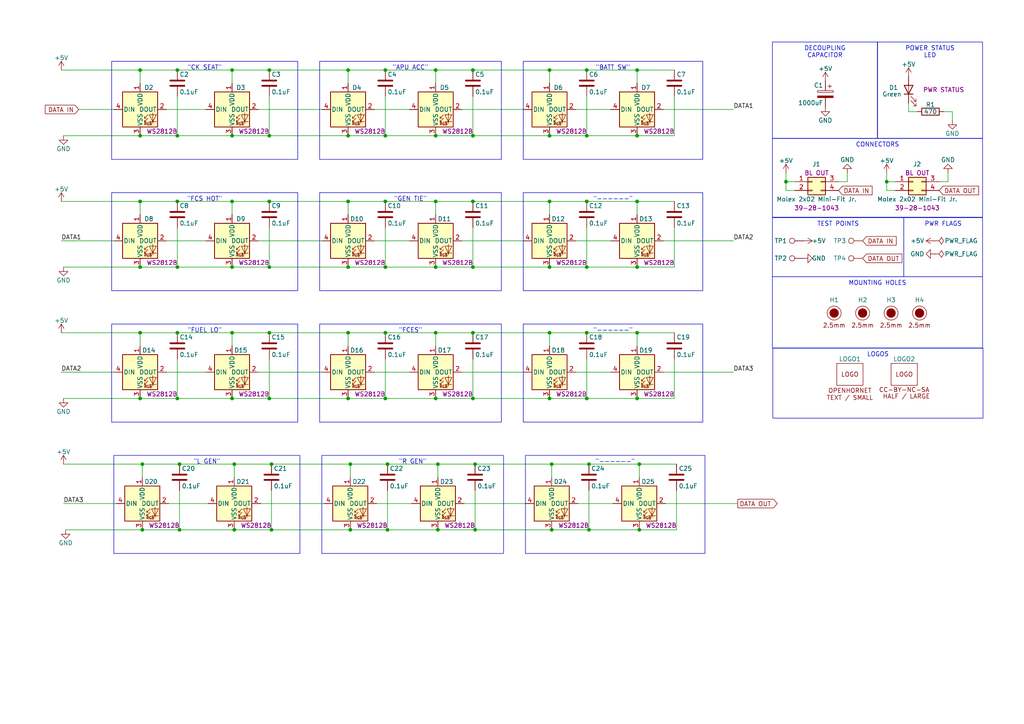
<source format=kicad_sch>
(kicad_sch (version 20230121) (generator eeschema)
  (paper "A4")
  (title_block (title "CAUTION LIGHTS PANEL") (date "2023-04-22") (rev "4") (company "www.openhornet.com") (comment 1 "License:  CC-BY-NC-SA") (comment 2 "Backlighting - Type A"))
  (lib_symbols
    (symbol "OH_Symbols:Capacitor_0603_0.1uF" (pin_numbers hide) (pin_names (offset 0.254))
      (property "Reference" "C" (at 0.635 2.54 0))
      (property "Value" "0.1uF" (at 0.635 -2.54 0))
      (symbol "Capacitor_0603_0.1uF_1_1"
        (pin passive line (at 0 3.81 270) (length 2.794) (name "~") (number "1"))
        (pin passive line (at 0 -3.81 90) (length 2.794) (name "~") (number "2"))
      )
    )
    (symbol "OH_Symbols:Capacitor_Polarized_8x10_1000uF" (pin_numbers hide) (pin_names (offset 0.254))
      (property "Reference" "C" (at 0.635 2.54 0))
      (property "Value" "1000uF" (at 0.635 -2.54 0))
      (symbol "Capacitor_Polarized_8x10_1000uF_1_1"
        (pin passive line (at 0 3.81 270) (length 2.794) (name "~") (number "1"))
        (pin passive line (at 0 -3.81 90) (length 2.794) (name "~") (number "2"))
      )
    )
    (symbol "OH_Symbols:LED_3.0mm_Green" (pin_numbers hide) (pin_names (offset 1.016) hide)
      (property "Reference" "D1" (at -4.445 -0.635 0))
      (property "Value" "Green" (at -6.35 -2.54 0))
      (property "Silkscreen" "PWR STATUS" (at 11.43 -1.27 0))
      (symbol "LED_3.0mm_Green_1_1"
        (pin passive line (at 1.27 -5.08 90) (length 2.54) (name "K") (number "1"))
        (pin passive line (at 1.27 2.54 270) (length 2.54) (name "A") (number "2"))
      )
    )
    (symbol "OH_Symbols:LOGO_License_Half_Large" (pin_numbers hide) (pin_names (offset 0) hide)
      (property "Reference" "LOGO" (at 0 12.7 0))
      (symbol "LOGO_License_Half_Large_0_0"
        (text "CC-BY-NC-SA" (at 0 3.81 0) (effects (font (size 1.27 1.27))))
      )
      (symbol "LOGO_License_Half_Large_1_0"
        (text "HALF / LARGE\n" (at 0.635 1.905 0) (effects (font (size 1.27 1.27))))
      )
      (symbol "LOGO_License_Half_Large_1_1"
        (text "LOGO" (at 0 8.255 0) (effects (font (size 1.27 1.27))))
      )
    )
    (symbol "OH_Symbols:LOGO_OpenHornet_Text_Small" (pin_numbers hide) (pin_names (offset 0) hide) (in_bom no)
      (property "Reference" "LOGO" (at 0 12.7 0))
      (symbol "LOGO_OpenHornet_Text_Small_1_0"
        (text "LOGO" (at 0 8.255 0) (effects (font (size 1.27 1.27))))
        (text "OPENHORNET\nTEXT / SMALL" (at 0 2.54 0) (effects (font (size 1.27 1.27))))
      )
    )
    (symbol "OH_Symbols:Molex_2x02_Mini-Fit_Jr." (pin_names (offset 1.016) hide)
      (property "Reference" "J2" (at 0 5.08 0))
      (property "Value" "Molex 2x02 Mini-Fit Jr." (at 1.27 -5.08 0))
      (property "Manufacturer PN" "39-28-1043" (at 1.27 -7.62 0))
      (property "Silkscreen" "BL OUT" (at 1.27 2.54 0))
      (symbol "Molex_2x02_Mini-Fit_Jr._1_1"
        (pin passive line (at -5.08 0 0) (length 3.81) (name "Pin_1") (number "1"))
        (pin passive line (at -5.08 -2.54 0) (length 3.81) (name "Pin_3") (number "2"))
        (pin passive line (at 7.62 0 180) (length 3.81) (name "Pin_2") (number "3"))
        (pin passive line (at 7.62 -2.54 180) (length 3.81) (name "Pin_4") (number "4"))
      )
    )
    (symbol "OH_Symbols:MountingHole_2.5mm" (pin_numbers hide) (pin_names (offset 0) hide) (in_bom no)
      (property "Reference" "H" (at 0 3.81 0))
      (symbol "MountingHole_2.5mm_1_1"
        (text "2.5mm" (at 0 -3.556 0) (effects (font (size 1.27 1.27))))
      )
    )
    (symbol "OH_Symbols:Resistor_0603_470Ω" (pin_numbers hide) (pin_names (offset 0))
      (property "Reference" "R" (at 0 -2.032 0))
      (property "Value" "470" (at 0 0 0))
      (symbol "Resistor_0603_470Ω_1_1"
        (pin passive line (at 3.81 0 180) (length 1.27) (name "~") (number "1"))
        (pin passive line (at -3.81 0 0) (length 1.27) (name "~") (number "2"))
      )
    )
    (symbol "OH_Symbols:TestPoint" (pin_numbers hide) (pin_names (offset 0.762) hide) (in_bom no)
      (property "Reference" "TP" (at -6.604 0 0))
      (symbol "TestPoint_1_1"
        (pin passive line (at 0 0 180) (length 2.54) (name "1") (number "1"))
      )
    )
    (symbol "OH_Symbols:WS2812B" (pin_names (offset 0.254))
      (property "Reference" "D" (at 2.54 6.35 0))
      (property "Manufacturer PN" "WS2812B" (at 6.35 -6.35 0))
      (symbol "WS2812B_0_0"
        (text "RGB" (at 2.286 -4.191 0) (effects (font (size 0.762 0.762))))
      )
      (symbol "WS2812B_1_1"
        (pin power_in line (at 0 7.62 270) (length 2.54) (name "VDD") (number "1"))
        (pin output line (at 7.62 0 180) (length 2.54) (name "DOUT") (number "2"))
        (pin power_in line (at 0 -7.62 90) (length 2.54) (name "VSS") (number "3"))
        (pin input line (at -7.62 0 0) (length 2.54) (name "DIN") (number "4"))
      )
    )
    (symbol "power:+5V" (power) (pin_names (offset 0))
      (property "Value" "+5V" (at 0 3.556 0))
      (symbol "+5V_1_1"
        (pin power_in line (at 0 0 90) (length 0) hide (name "+5V") (number "1"))
      )
    )
    (symbol "power:GND" (power) (pin_names (offset 0))
      (property "Value" "GND" (at 0 -3.81 0))
      (symbol "GND_1_1"
        (pin power_in line (at 0 0 270) (length 0) hide (name "GND") (number "1"))
      )
    )
    (symbol "power:PWR_FLAG" (power) (pin_numbers hide) (pin_names (offset 0) hide)
      (property "Value" "PWR_FLAG" (at 0 3.81 0))
      (symbol "PWR_FLAG_0_0"
        (pin power_out line (at 0 0 90) (length 0) (name "pwr") (number "1"))
      )
    )
  )
  (junction (at 67.31 115.57))
  (junction (at 40.64 58.42))
  (junction (at 67.31 20.32))
  (junction (at 78.105 115.57))
  (junction (at 137.16 96.52))
  (junction (at 100.965 58.42))
  (junction (at 137.795 153.67))
  (junction (at 184.785 39.37))
  (junction (at 184.785 77.47))
  (junction (at 111.76 77.47))
  (junction (at 67.31 39.37))
  (junction (at 227.965 52.705))
  (junction (at 257.175 52.705))
  (junction (at 170.18 20.32))
  (junction (at 51.435 58.42))
  (junction (at 40.64 39.37))
  (junction (at 184.785 115.57))
  (junction (at 78.74 153.67))
  (junction (at 100.965 20.32))
  (junction (at 127 134.62))
  (junction (at 137.16 39.37))
  (junction (at 137.16 115.57))
  (junction (at 160.02 134.62))
  (junction (at 41.275 153.67))
  (junction (at 126.365 39.37))
  (junction (at 111.76 115.57))
  (junction (at 111.76 20.32))
  (junction (at 137.16 77.47))
  (junction (at 112.395 134.62))
  (junction (at 101.6 153.67))
  (junction (at 126.365 115.57))
  (junction (at 170.815 153.67))
  (junction (at 159.385 77.47))
  (junction (at 52.07 153.67))
  (junction (at 137.16 58.42))
  (junction (at 112.395 153.67))
  (junction (at 170.18 58.42))
  (junction (at 159.385 96.52))
  (junction (at 126.365 77.47))
  (junction (at 78.105 20.32))
  (junction (at 52.07 134.62))
  (junction (at 137.16 20.32))
  (junction (at 40.64 115.57))
  (junction (at 67.31 58.42))
  (junction (at 111.76 96.52))
  (junction (at 78.105 39.37))
  (junction (at 111.76 58.42))
  (junction (at 170.815 134.62))
  (junction (at 184.785 20.32))
  (junction (at 40.64 77.47))
  (junction (at 170.18 77.47))
  (junction (at 184.785 96.52))
  (junction (at 67.945 134.62))
  (junction (at 100.965 115.57))
  (junction (at 100.965 96.52))
  (junction (at 170.18 115.57))
  (junction (at 159.385 58.42))
  (junction (at 159.385 115.57))
  (junction (at 51.435 39.37))
  (junction (at 51.435 20.32))
  (junction (at 160.02 153.67))
  (junction (at 100.965 77.47))
  (junction (at 126.365 58.42))
  (junction (at 185.42 153.67))
  (junction (at 40.64 96.52))
  (junction (at 101.6 134.62))
  (junction (at 170.18 39.37))
  (junction (at 159.385 39.37))
  (junction (at 126.365 96.52))
  (junction (at 137.795 134.62))
  (junction (at 67.31 77.47))
  (junction (at 78.105 77.47))
  (junction (at 78.74 134.62))
  (junction (at 78.105 58.42))
  (junction (at 51.435 77.47))
  (junction (at 184.785 58.42))
  (junction (at 67.945 153.67))
  (junction (at 51.435 115.57))
  (junction (at 51.435 96.52))
  (junction (at 41.275 134.62))
  (junction (at 170.18 96.52))
  (junction (at 67.31 96.52))
  (junction (at 100.965 39.37))
  (junction (at 40.64 20.32))
  (junction (at 111.76 39.37))
  (junction (at 185.42 134.62))
  (junction (at 126.365 20.32))
  (junction (at 127 153.67))
  (junction (at 78.105 96.52))
  (junction (at 159.385 20.32))
  (wire (pts (xy 108.585 31.75) (xy 118.745 31.75)))
  (wire (pts (xy 263.525 29.845) (xy 263.525 32.385)))
  (wire (pts (xy 133.985 107.95) (xy 151.765 107.95)))
  (wire (pts (xy 19.05 153.67) (xy 41.275 153.67)))
  (wire (pts (xy 48.26 107.95) (xy 59.69 107.95)))
  (wire (pts (xy 100.965 96.52) (xy 111.76 96.52)))
  (wire (pts (xy 159.385 96.52) (xy 159.385 100.33)))
  (wire (pts (xy 184.785 39.37) (xy 195.58 39.37)))
  (wire (pts (xy 17.78 69.85) (xy 33.02 69.85)))
  (wire (pts (xy 259.715 55.245) (xy 257.175 55.245)))
  (wire (pts (xy 51.435 77.47) (xy 67.31 77.47)))
  (wire (pts (xy 126.365 20.32) (xy 137.16 20.32)))
  (wire (pts (xy 167.005 107.95) (xy 177.165 107.95)))
  (wire (pts (xy 111.76 20.32) (xy 126.365 20.32)))
  (wire (pts (xy 51.435 27.94) (xy 51.435 39.37)))
  (wire (pts (xy 137.16 96.52) (xy 159.385 96.52)))
  (wire (pts (xy 276.225 34.925) (xy 276.225 32.385)))
  (wire (pts (xy 78.105 96.52) (xy 100.965 96.52)))
  (wire (pts (xy 159.385 96.52) (xy 170.18 96.52)))
  (wire (pts (xy 78.74 142.24) (xy 78.74 153.67)))
  (wire (pts (xy 111.76 96.52) (xy 126.365 96.52)))
  (wire (pts (xy 111.76 115.57) (xy 126.365 115.57)))
  (wire (pts (xy 185.42 134.62) (xy 185.42 138.43)))
  (wire (pts (xy 78.105 104.14) (xy 78.105 115.57)))
  (wire (pts (xy 170.18 77.47) (xy 184.785 77.47)))
  (wire (pts (xy 67.31 39.37) (xy 78.105 39.37)))
  (wire (pts (xy 126.365 58.42) (xy 137.16 58.42)))
  (wire (pts (xy 137.16 66.04) (xy 137.16 77.47)))
  (wire (pts (xy 48.26 69.85) (xy 59.69 69.85)))
  (wire (pts (xy 184.785 77.47) (xy 195.58 77.47)))
  (wire (pts (xy 196.215 142.24) (xy 196.215 153.67)))
  (wire (pts (xy 184.785 96.52) (xy 184.785 100.33)))
  (wire (pts (xy 137.16 39.37) (xy 159.385 39.37)))
  (wire (pts (xy 17.78 96.52) (xy 40.64 96.52)))
  (wire (pts (xy 40.64 20.32) (xy 51.435 20.32)))
  (wire (pts (xy 17.78 58.42) (xy 40.64 58.42)))
  (wire (pts (xy 100.965 77.47) (xy 111.76 77.47)))
  (wire (pts (xy 78.105 58.42) (xy 100.965 58.42)))
  (wire (pts (xy 159.385 115.57) (xy 170.18 115.57)))
  (wire (pts (xy 67.31 96.52) (xy 78.105 96.52)))
  (wire (pts (xy 230.505 55.245) (xy 227.965 55.245)))
  (wire (pts (xy 184.785 58.42) (xy 195.58 58.42)))
  (wire (pts (xy 184.785 115.57) (xy 195.58 115.57)))
  (wire (pts (xy 40.64 96.52) (xy 51.435 96.52)))
  (wire (pts (xy 126.365 96.52) (xy 126.365 100.33)))
  (wire (pts (xy 41.275 153.67) (xy 52.07 153.67)))
  (wire (pts (xy 78.105 20.32) (xy 100.965 20.32)))
  (wire (pts (xy 127 134.62) (xy 127 138.43)))
  (wire (pts (xy 257.175 52.705) (xy 259.715 52.705)))
  (wire (pts (xy 18.415 77.47) (xy 40.64 77.47)))
  (wire (pts (xy 51.435 39.37) (xy 67.31 39.37)))
  (wire (pts (xy 170.815 142.24) (xy 170.815 153.67)))
  (wire (pts (xy 101.6 134.62) (xy 101.6 138.43)))
  (wire (pts (xy 137.16 115.57) (xy 159.385 115.57)))
  (wire (pts (xy 111.76 77.47) (xy 126.365 77.47)))
  (wire (pts (xy 127 153.67) (xy 137.795 153.67)))
  (wire (pts (xy 78.105 27.94) (xy 78.105 39.37)))
  (wire (pts (xy 170.18 96.52) (xy 184.785 96.52)))
  (wire (pts (xy 18.415 115.57) (xy 40.64 115.57)))
  (wire (pts (xy 170.18 104.14) (xy 170.18 115.57)))
  (wire (pts (xy 78.74 153.67) (xy 101.6 153.67)))
  (wire (pts (xy 159.385 58.42) (xy 159.385 62.23)))
  (wire (pts (xy 137.16 27.94) (xy 137.16 39.37)))
  (wire (pts (xy 100.965 20.32) (xy 111.76 20.32)))
  (wire (pts (xy 51.435 20.32) (xy 67.31 20.32)))
  (wire (pts (xy 227.965 50.165) (xy 227.965 52.705)))
  (wire (pts (xy 137.795 134.62) (xy 160.02 134.62)))
  (wire (pts (xy 100.965 115.57) (xy 111.76 115.57)))
  (wire (pts (xy 134.62 146.05) (xy 152.4 146.05)))
  (wire (pts (xy 195.58 27.94) (xy 195.58 39.37)))
  (wire (pts (xy 100.965 96.52) (xy 100.965 100.33)))
  (wire (pts (xy 40.64 96.52) (xy 40.64 100.33)))
  (wire (pts (xy 40.64 20.32) (xy 40.64 24.13)))
  (wire (pts (xy 67.31 62.23) (xy 67.31 58.42)))
  (wire (pts (xy 227.965 52.705) (xy 230.505 52.705)))
  (wire (pts (xy 170.815 134.62) (xy 185.42 134.62)))
  (wire (pts (xy 126.365 20.32) (xy 126.365 24.13)))
  (wire (pts (xy 40.64 39.37) (xy 51.435 39.37)))
  (wire (pts (xy 137.795 153.67) (xy 160.02 153.67)))
  (wire (pts (xy 243.205 52.705) (xy 245.745 52.705)))
  (wire (pts (xy 112.395 134.62) (xy 127 134.62)))
  (wire (pts (xy 185.42 134.62) (xy 196.215 134.62)))
  (wire (pts (xy 126.365 77.47) (xy 137.16 77.47)))
  (wire (pts (xy 193.04 146.05) (xy 213.995 146.05)))
  (wire (pts (xy 67.31 20.32) (xy 67.31 24.13)))
  (wire (pts (xy 52.07 142.24) (xy 52.07 153.67)))
  (wire (pts (xy 192.405 69.85) (xy 212.725 69.85)))
  (wire (pts (xy 40.64 77.47) (xy 51.435 77.47)))
  (wire (pts (xy 160.02 153.67) (xy 170.815 153.67)))
  (wire (pts (xy 41.275 134.62) (xy 41.275 138.43)))
  (wire (pts (xy 137.16 58.42) (xy 159.385 58.42)))
  (wire (pts (xy 159.385 20.32) (xy 170.18 20.32)))
  (wire (pts (xy 111.76 104.14) (xy 111.76 115.57)))
  (wire (pts (xy 127 134.62) (xy 137.795 134.62)))
  (wire (pts (xy 100.965 20.32) (xy 100.965 24.13)))
  (wire (pts (xy 22.86 31.75) (xy 33.02 31.75)))
  (wire (pts (xy 67.945 134.62) (xy 78.74 134.62)))
  (wire (pts (xy 167.005 31.75) (xy 177.165 31.75)))
  (wire (pts (xy 184.785 20.32) (xy 195.58 20.32)))
  (wire (pts (xy 52.07 134.62) (xy 67.945 134.62)))
  (wire (pts (xy 67.31 58.42) (xy 78.105 58.42)))
  (wire (pts (xy 170.18 115.57) (xy 184.785 115.57)))
  (wire (pts (xy 100.965 39.37) (xy 111.76 39.37)))
  (wire (pts (xy 257.175 52.705) (xy 257.175 55.245)))
  (wire (pts (xy 192.405 107.95) (xy 212.725 107.95)))
  (wire (pts (xy 74.93 69.85) (xy 93.345 69.85)))
  (wire (pts (xy 266.065 32.385) (xy 263.525 32.385)))
  (wire (pts (xy 109.22 146.05) (xy 119.38 146.05)))
  (wire (pts (xy 51.435 115.57) (xy 67.31 115.57)))
  (wire (pts (xy 274.955 50.165) (xy 274.955 52.705)))
  (wire (pts (xy 40.64 58.42) (xy 51.435 58.42)))
  (wire (pts (xy 40.64 58.42) (xy 40.64 62.23)))
  (wire (pts (xy 78.105 115.57) (xy 100.965 115.57)))
  (wire (pts (xy 137.16 20.32) (xy 159.385 20.32)))
  (wire (pts (xy 159.385 20.32) (xy 159.385 24.13)))
  (wire (pts (xy 51.435 96.52) (xy 67.31 96.52)))
  (wire (pts (xy 184.785 20.32) (xy 184.785 24.13)))
  (wire (pts (xy 67.945 153.67) (xy 78.74 153.67)))
  (wire (pts (xy 67.31 20.32) (xy 78.105 20.32)))
  (wire (pts (xy 101.6 153.67) (xy 112.395 153.67)))
  (wire (pts (xy 67.31 96.52) (xy 67.31 100.33)))
  (wire (pts (xy 137.795 142.24) (xy 137.795 153.67)))
  (wire (pts (xy 159.385 58.42) (xy 170.18 58.42)))
  (wire (pts (xy 78.105 39.37) (xy 100.965 39.37)))
  (wire (pts (xy 167.64 146.05) (xy 177.8 146.05)))
  (wire (pts (xy 18.415 146.05) (xy 33.655 146.05)))
  (wire (pts (xy 48.895 146.05) (xy 60.325 146.05)))
  (wire (pts (xy 48.26 31.75) (xy 59.69 31.75)))
  (wire (pts (xy 101.6 134.62) (xy 112.395 134.62)))
  (wire (pts (xy 245.745 50.165) (xy 245.745 52.705)))
  (wire (pts (xy 17.78 20.32) (xy 40.64 20.32)))
  (wire (pts (xy 159.385 77.47) (xy 170.18 77.47)))
  (wire (pts (xy 74.93 31.75) (xy 93.345 31.75)))
  (wire (pts (xy 133.985 31.75) (xy 151.765 31.75)))
  (wire (pts (xy 170.18 20.32) (xy 184.785 20.32)))
  (wire (pts (xy 126.365 58.42) (xy 126.365 62.23)))
  (wire (pts (xy 185.42 153.67) (xy 196.215 153.67)))
  (wire (pts (xy 126.365 39.37) (xy 137.16 39.37)))
  (wire (pts (xy 67.945 134.62) (xy 67.945 138.43)))
  (wire (pts (xy 78.74 134.62) (xy 101.6 134.62)))
  (wire (pts (xy 137.16 104.14) (xy 137.16 115.57)))
  (wire (pts (xy 111.76 39.37) (xy 126.365 39.37)))
  (wire (pts (xy 111.76 27.94) (xy 111.76 39.37)))
  (wire (pts (xy 160.02 134.62) (xy 170.815 134.62)))
  (wire (pts (xy 170.18 58.42) (xy 184.785 58.42)))
  (wire (pts (xy 40.64 115.57) (xy 51.435 115.57)))
  (wire (pts (xy 257.175 50.165) (xy 257.175 52.705)))
  (wire (pts (xy 167.005 69.85) (xy 177.165 69.85)))
  (wire (pts (xy 273.685 32.385) (xy 276.225 32.385)))
  (wire (pts (xy 126.365 96.52) (xy 137.16 96.52)))
  (wire (pts (xy 170.18 39.37) (xy 184.785 39.37)))
  (wire (pts (xy 195.58 104.14) (xy 195.58 115.57)))
  (wire (pts (xy 170.18 27.94) (xy 170.18 39.37)))
  (wire (pts (xy 111.76 66.04) (xy 111.76 77.47)))
  (wire (pts (xy 100.965 58.42) (xy 111.76 58.42)))
  (wire (pts (xy 41.275 134.62) (xy 52.07 134.62)))
  (wire (pts (xy 227.965 52.705) (xy 227.965 55.245)))
  (wire (pts (xy 75.565 146.05) (xy 93.98 146.05)))
  (wire (pts (xy 74.93 107.95) (xy 93.345 107.95)))
  (wire (pts (xy 51.435 58.42) (xy 67.31 58.42)))
  (wire (pts (xy 170.18 66.04) (xy 170.18 77.47)))
  (wire (pts (xy 184.785 58.42) (xy 184.785 62.23)))
  (wire (pts (xy 67.31 115.57) (xy 78.105 115.57)))
  (wire (pts (xy 52.07 153.67) (xy 67.945 153.67)))
  (wire (pts (xy 184.785 96.52) (xy 195.58 96.52)))
  (wire (pts (xy 18.415 134.62) (xy 41.275 134.62)))
  (wire (pts (xy 112.395 153.67) (xy 127 153.67)))
  (wire (pts (xy 160.02 134.62) (xy 160.02 138.43)))
  (wire (pts (xy 137.16 77.47) (xy 159.385 77.47)))
  (wire (pts (xy 108.585 107.95) (xy 118.745 107.95)))
  (wire (pts (xy 170.815 153.67) (xy 185.42 153.67)))
  (wire (pts (xy 111.76 58.42) (xy 126.365 58.42)))
  (wire (pts (xy 126.365 115.57) (xy 137.16 115.57)))
  (wire (pts (xy 192.405 31.75) (xy 212.725 31.75)))
  (wire (pts (xy 100.965 58.42) (xy 100.965 62.23)))
  (wire (pts (xy 51.435 66.04) (xy 51.435 77.47)))
  (wire (pts (xy 195.58 66.04) (xy 195.58 77.47)))
  (wire (pts (xy 159.385 39.37) (xy 170.18 39.37)))
  (wire (pts (xy 67.31 77.47) (xy 78.105 77.47)))
  (wire (pts (xy 108.585 69.85) (xy 118.745 69.85)))
  (wire (pts (xy 51.435 104.14) (xy 51.435 115.57)))
  (wire (pts (xy 78.105 77.47) (xy 100.965 77.47)))
  (wire (pts (xy 133.985 69.85) (xy 151.765 69.85)))
  (wire (pts (xy 17.78 107.95) (xy 33.02 107.95)))
  (wire (pts (xy 112.395 142.24) (xy 112.395 153.67)))
  (wire (pts (xy 18.415 39.37) (xy 40.64 39.37)))
  (wire (pts (xy 78.105 66.04) (xy 78.105 77.47)))
  (wire (pts (xy 274.955 52.705) (xy 272.415 52.705)))
  (text_box "\"GEN TIE\"" (at 92.71 55.88 0) (size 52.705 28.448) (effects (font (size 1.27 1.27)) (justify top)))
  (text_box "\"FUEL LO\"" (at 32.385 93.98 0) (size 53.975 28.448) (effects (font (size 1.27 1.27)) (justify top)))
  (text_box "CONNECTORS" (at 224.028 40.132 0) (size 60.96 22.86) (effects (font (size 1.27 1.27)) (justify top)))
  (text_box "\"L GEN\"" (at 33.02 132.08 0) (size 53.975 28.448) (effects (font (size 1.27 1.27)) (justify top)))
  (text_box "\"R GEN\"" (at 93.345 132.08 0) (size 52.705 28.448) (effects (font (size 1.27 1.27)) (justify top)))
  (text_box "\"FCES\"" (at 92.71 93.98 0) (size 52.705 28.448) (effects (font (size 1.27 1.27)) (justify top)))
  (text_box "TEST POINTS" (at 224.028 63.119 0) (size 38.1 17.145) (effects (font (size 1.27 1.27)) (justify top)))
  (text_box "MOUNTING HOLES" (at 224.028 80.264 0) (size 60.96 20.701) (effects (font (size 1.27 1.27)) (justify top)))
  (text_box "\"------\"" (at 151.765 55.88 0) (size 52.07 28.448) (effects (font (size 1.27 1.27)) (justify top)))
  (text_box "\"FCS HOT\"" (at 32.385 55.88 0) (size 53.975 28.448) (effects (font (size 1.27 1.27)) (justify top)))
  (text_box "DECOUPLING\nCAPACITOR" (at 224.028 12.192 0) (size 30.48 27.94) (effects (font (size 1.27 1.27)) (justify top)))
  (text_box "\"BATT SW\"" (at 151.765 17.78 0) (size 52.07 28.448) (effects (font (size 1.27 1.27)) (justify top)))
  (text_box "PWR FLAGS" (at 262.128 63.119 0) (size 22.86 17.145) (effects (font (size 1.27 1.27)) (justify top)))
  (text_box "POWER STATUS\nLED" (at 254.508 12.192 0) (size 30.48 27.94) (effects (font (size 1.27 1.27)) (justify top)))
  (text_box "\"------\"" (at 151.765 93.98 0) (size 52.07 28.448) (effects (font (size 1.27 1.27)) (justify top)))
  (text_box "\"APU ACC\"" (at 92.71 17.78 0) (size 52.705 28.448) (effects (font (size 1.27 1.27)) (justify top)))
  (text_box "\"------\"" (at 152.4 132.08 0) (size 52.07 28.448) (effects (font (size 1.27 1.27)) (justify top)))
  (text_box "LOGOS" (at 224.155 100.965 0) (size 60.96 20.32) (effects (font (size 1.27 1.27)) (justify top)))
  (text_box "\"CK SEAT\"" (at 32.385 17.78 0) (size 53.975 28.448) (effects (font (size 1.27 1.27)) (justify top)))
  (label "DATA1" (at 17.78 69.85 0))
  (label "DATA3" (at 212.725 107.95 0))
  (label "DATA1" (at 212.725 31.75 0))
  (label "DATA2" (at 212.725 69.85 0))
  (label "DATA2" (at 17.78 107.95 0))
  (label "DATA3" (at 18.415 146.05 0))
  (global_label "DATA IN" (shape input) (at 250.19 69.85 0) (property "Intersheetrefs" "${INTERSHEET_REFS}" (effects hide)))
  (global_label "DATA OUT" (shape input) (at 272.415 55.245 0) (property "Intersheetrefs" "${INTERSHEET_REFS}" (effects hide)))
  (global_label "DATA OUT" (shape output) (at 213.995 146.05 0) (property "Intersheetrefs" "${INTERSHEET_REFS}" (effects hide)))
  (global_label "DATA IN" (shape input) (at 243.205 55.245 0) (property "Intersheetrefs" "${INTERSHEET_REFS}" (effects hide)))
  (global_label "DATA OUT" (shape input) (at 250.19 74.93 0) (property "Intersheetrefs" "${INTERSHEET_REFS}" (effects hide)))
  (global_label "DATA IN" (shape input) (at 22.86 31.75 180) (property "Intersheetrefs" "${INTERSHEET_REFS}" (effects hide)))
  (symbol (lib_id "OH_Symbols:WS2812B") (at 40.64 31.75 0) (unit 1)
    (property "Reference" "D2" (at 43.18 25.4 0))
    (property "Value" "RGB" (effects hide))
    (property "Footprint" "OH_Footprints:LED_WS2812B_PLCC4_5.0x5.0mm_P3.2mm" (effects hide))
    (property "Datasheet" "https://datasheet.lcsc.com/lcsc/2006151006_Worldsemi-WS2812B-B-W_C114586.pdf" (effects hide))
    (property "LCSC" "C2761795" (effects hide))
    (property "Manufacturer PN" "WS2812B" (at 46.99 38.1 0))
  )
  (symbol (lib_id "OH_Symbols:WS2812B") (at 67.31 31.75 0) (unit 1)
    (property "Reference" "D3" (at 69.85 25.4 0))
    (property "Value" "RGB" (effects hide))
    (property "Footprint" "OH_Footprints:LED_WS2812B_PLCC4_5.0x5.0mm_P3.2mm" (effects hide))
    (property "Datasheet" "https://datasheet.lcsc.com/lcsc/2006151006_Worldsemi-WS2812B-B-W_C114586.pdf" (effects hide))
    (property "LCSC" "C2761795" (effects hide))
    (property "Manufacturer PN" "WS2812B" (at 73.66 38.1 0))
  )
  (symbol (lib_id "OH_Symbols:WS2812B") (at 100.965 31.75 0) (unit 1)
    (property "Reference" "D4" (at 103.505 25.4 0))
    (property "Value" "RGB" (effects hide))
    (property "Footprint" "OH_Footprints:LED_WS2812B_PLCC4_5.0x5.0mm_P3.2mm" (effects hide))
    (property "Datasheet" "https://datasheet.lcsc.com/lcsc/2006151006_Worldsemi-WS2812B-B-W_C114586.pdf" (effects hide))
    (property "LCSC" "C2761795" (effects hide))
    (property "Manufacturer PN" "WS2812B" (at 107.315 38.1 0))
  )
  (symbol (lib_id "OH_Symbols:WS2812B") (at 126.365 31.75 0) (unit 1)
    (property "Reference" "D5" (at 128.905 25.4 0))
    (property "Value" "RGB" (effects hide))
    (property "Footprint" "OH_Footprints:LED_WS2812B_PLCC4_5.0x5.0mm_P3.2mm" (effects hide))
    (property "Datasheet" "https://datasheet.lcsc.com/lcsc/2006151006_Worldsemi-WS2812B-B-W_C114586.pdf" (effects hide))
    (property "LCSC" "C2761795" (effects hide))
    (property "Manufacturer PN" "WS2812B" (at 132.715 38.1 0))
  )
  (symbol (lib_id "OH_Symbols:WS2812B") (at 159.385 31.75 0) (unit 1)
    (property "Reference" "D6" (at 161.925 25.4 0))
    (property "Value" "RGB" (effects hide))
    (property "Footprint" "OH_Footprints:LED_WS2812B_PLCC4_5.0x5.0mm_P3.2mm" (effects hide))
    (property "Datasheet" "https://datasheet.lcsc.com/lcsc/2006151006_Worldsemi-WS2812B-B-W_C114586.pdf" (effects hide))
    (property "LCSC" "C2761795" (effects hide))
    (property "Manufacturer PN" "WS2812B" (at 165.735 38.1 0))
  )
  (symbol (lib_id "OH_Symbols:WS2812B") (at 184.785 31.75 0) (unit 1)
    (property "Reference" "D7" (at 187.325 25.4 0))
    (property "Value" "RGB" (effects hide))
    (property "Footprint" "OH_Footprints:LED_WS2812B_PLCC4_5.0x5.0mm_P3.2mm" (effects hide))
    (property "Datasheet" "https://datasheet.lcsc.com/lcsc/2006151006_Worldsemi-WS2812B-B-W_C114586.pdf" (effects hide))
    (property "LCSC" "C2761795" (effects hide))
    (property "Manufacturer PN" "WS2812B" (at 191.135 38.1 0))
  )
  (symbol (lib_id "OH_Symbols:Capacitor_0603_0.1uF") (at 51.435 24.13 0) (unit 1)
    (property "Reference" "C2" (at 52.07 21.59 0) (effects (justify left)))
    (property "Value" "0.1uF" (at 52.07 26.67 0) (effects (justify left)))
    (property "Footprint" "OH_Footprints:C_0603_1608Metric" (effects hide))
    (property "Datasheet" "https://datasheet.lcsc.com/szlcsc/YAGEO-CC0603KRX7R9BB104_C14663.pdf" (effects hide))
    (property "LCSC" "C14663" (effects hide))
    (property "Manufacturer PN" "CC0603KRX7R9BB104" (effects hide))
  )
  (symbol (lib_id "OH_Symbols:Capacitor_0603_0.1uF") (at 78.105 24.13 0) (unit 1)
    (property "Reference" "C3" (at 78.74 21.59 0) (effects (justify left)))
    (property "Value" "0.1uF" (at 78.74 26.67 0) (effects (justify left)))
    (property "Footprint" "OH_Footprints:C_0603_1608Metric" (effects hide))
    (property "Datasheet" "https://datasheet.lcsc.com/szlcsc/YAGEO-CC0603KRX7R9BB104_C14663.pdf" (effects hide))
    (property "LCSC" "C14663" (effects hide))
    (property "Manufacturer PN" "CC0603KRX7R9BB104" (effects hide))
  )
  (symbol (lib_id "OH_Symbols:WS2812B") (at 126.365 107.95 0) (unit 1)
    (property "Reference" "D17" (at 128.905 101.6 0))
    (property "Value" "RGB" (effects hide))
    (property "Footprint" "OH_Footprints:LED_WS2812B_PLCC4_5.0x5.0mm_P3.2mm" (effects hide))
    (property "Datasheet" "https://datasheet.lcsc.com/lcsc/2006151006_Worldsemi-WS2812B-B-W_C114586.pdf" (effects hide))
    (property "LCSC" "C2761795" (effects hide))
    (property "Manufacturer PN" "WS2812B" (at 132.715 114.3 0))
  )
  (symbol (lib_id "OH_Symbols:TestPoint") (at 250.19 69.85 0) (unit 1) (in_bom no)
    (property "Reference" "TP3" (at 243.586 69.85 0))
    (property "Value" "TestPoint" (effects hide))
    (property "Footprint" "OH_Footprints:TestPoint_THTPad_D1.5mm_Drill0.7mm" (effects hide))
  )
  (symbol (lib_id "OH_Symbols:LED_3.0mm_Green") (at 262.255 24.765 0) (unit 1)
    (property "Reference" "D1" (at 257.81 25.4 0) (effects (justify left)))
    (property "Value" "Green" (at 255.905 27.305 0) (effects (justify left)))
    (property "Footprint" "OH_Footprints:LED_D3.0mm" (effects hide))
    (property "Silkscreen" "PWR STATUS" (at 273.685 26.035 0))
  )
  (symbol (lib_id "OH_Symbols:Capacitor_0603_0.1uF") (at 137.16 62.23 0) (unit 1)
    (property "Reference" "C11" (at 137.795 59.69 0) (effects (justify left)))
    (property "Value" "0.1uF" (at 137.795 64.77 0) (effects (justify left)))
    (property "Footprint" "OH_Footprints:C_0603_1608Metric" (effects hide))
    (property "Datasheet" "https://datasheet.lcsc.com/szlcsc/YAGEO-CC0603KRX7R9BB104_C14663.pdf" (effects hide))
    (property "LCSC" "C14663" (effects hide))
    (property "Manufacturer PN" "CC0603KRX7R9BB104" (effects hide))
  )
  (symbol (lib_id "OH_Symbols:MountingHole_2.5mm") (at 258.445 90.805 0) (unit 1) (in_bom no)
    (property "Reference" "H3" (at 258.445 86.995 0))
    (property "Value" "2.5mm" (effects hide))
    (property "Footprint" "OH_Footprints:MountingHole_2.5mm" (effects hide))
  )
  (symbol (lib_id "OH_Symbols:WS2812B") (at 126.365 69.85 0) (unit 1)
    (property "Reference" "D11" (at 128.905 63.5 0))
    (property "Value" "RGB" (effects hide))
    (property "Footprint" "OH_Footprints:LED_WS2812B_PLCC4_5.0x5.0mm_P3.2mm" (effects hide))
    (property "Datasheet" "https://datasheet.lcsc.com/lcsc/2006151006_Worldsemi-WS2812B-B-W_C114586.pdf" (effects hide))
    (property "LCSC" "C2761795" (effects hide))
    (property "Manufacturer PN" "WS2812B" (at 132.715 76.2 0))
  )
  (symbol (lib_id "OH_Symbols:Capacitor_0603_0.1uF") (at 111.76 24.13 0) (unit 1)
    (property "Reference" "C4" (at 112.395 21.59 0) (effects (justify left)))
    (property "Value" "0.1uF" (at 112.395 26.67 0) (effects (justify left)))
    (property "Footprint" "OH_Footprints:C_0603_1608Metric" (effects hide))
    (property "Datasheet" "https://datasheet.lcsc.com/szlcsc/YAGEO-CC0603KRX7R9BB104_C14663.pdf" (effects hide))
    (property "LCSC" "C14663" (effects hide))
    (property "Manufacturer PN" "CC0603KRX7R9BB104" (effects hide))
  )
  (symbol (lib_id "OH_Symbols:Capacitor_0603_0.1uF") (at 137.16 24.13 0) (unit 1)
    (property "Reference" "C5" (at 137.795 21.59 0) (effects (justify left)))
    (property "Value" "0.1uF" (at 137.795 26.67 0) (effects (justify left)))
    (property "Footprint" "OH_Footprints:C_0603_1608Metric" (effects hide))
    (property "Datasheet" "https://datasheet.lcsc.com/szlcsc/YAGEO-CC0603KRX7R9BB104_C14663.pdf" (effects hide))
    (property "LCSC" "C14663" (effects hide))
    (property "Manufacturer PN" "CC0603KRX7R9BB104" (effects hide))
  )
  (symbol (lib_id "power:+5V") (at 263.525 22.225 0) (unit 1)
    (property "Reference" "#PWR0106" (effects hide))
    (property "Value" "+5V" (at 263.525 18.669 0))
  )
  (symbol (lib_id "power:GND") (at 18.415 77.47 0) (unit 1)
    (property "Reference" "#PWR02" (effects hide))
    (property "Value" "GND" (at 18.415 81.28 0))
  )
  (symbol (lib_id "OH_Symbols:Capacitor_0603_0.1uF") (at 170.815 138.43 0) (unit 1)
    (property "Reference" "C24" (at 171.45 135.89 0) (effects (justify left)))
    (property "Value" "0.1uF" (at 171.45 140.97 0) (effects (justify left)))
    (property "Footprint" "OH_Footprints:C_0603_1608Metric" (effects hide))
    (property "Datasheet" "https://datasheet.lcsc.com/szlcsc/YAGEO-CC0603KRX7R9BB104_C14663.pdf" (effects hide))
    (property "LCSC" "C14663" (effects hide))
    (property "Manufacturer PN" "CC0603KRX7R9BB104" (effects hide))
  )
  (symbol (lib_id "OH_Symbols:Molex_2x02_Mini-Fit_Jr.") (at 235.585 52.705 0) (unit 1)
    (property "Reference" "J1" (at 235.585 47.625 0) (effects (justify left)))
    (property "Value" "Molex 2x02 Mini-Fit Jr." (at 236.855 57.785 0))
    (property "Footprint" "OH_Footprints:Molex_Mini-Fit_Jr_5566-04A_2x02_P4.20mm_Vertical" (effects hide))
    (property "Datasheet" "https://www.molex.com/molex/search/partSearch?query=39281043&pQuery=" (effects hide))
    (property "LCSC" "C293502" (effects hide))
    (property "Manufacturer PN" "39-28-1043" (at 236.855 60.325 0))
    (property "Silkscreen" "BL OUT" (at 236.855 50.165 0))
  )
  (symbol (lib_id "OH_Symbols:WS2812B") (at 41.275 146.05 0) (unit 1)
    (property "Reference" "D20" (at 43.815 139.7 0))
    (property "Value" "RGB" (effects hide))
    (property "Footprint" "OH_Footprints:LED_WS2812B_PLCC4_5.0x5.0mm_P3.2mm" (effects hide))
    (property "Datasheet" "https://datasheet.lcsc.com/lcsc/2006151006_Worldsemi-WS2812B-B-W_C114586.pdf" (effects hide))
    (property "LCSC" "C2761795" (effects hide))
    (property "Manufacturer PN" "WS2812B" (at 47.625 152.4 0))
  )
  (symbol (lib_id "OH_Symbols:TestPoint") (at 233.045 69.85 0) (unit 1) (in_bom no)
    (property "Reference" "TP1" (at 226.441 69.85 0))
    (property "Value" "TestPoint" (effects hide))
    (property "Footprint" "OH_Footprints:TestPoint_THTPad_D1.5mm_Drill0.7mm" (effects hide))
  )
  (symbol (lib_id "OH_Symbols:Capacitor_0603_0.1uF") (at 137.795 138.43 0) (unit 1)
    (property "Reference" "C23" (at 138.43 135.89 0) (effects (justify left)))
    (property "Value" "0.1uF" (at 138.43 140.97 0) (effects (justify left)))
    (property "Footprint" "OH_Footprints:C_0603_1608Metric" (effects hide))
    (property "Datasheet" "https://datasheet.lcsc.com/szlcsc/YAGEO-CC0603KRX7R9BB104_C14663.pdf" (effects hide))
    (property "LCSC" "C14663" (effects hide))
    (property "Manufacturer PN" "CC0603KRX7R9BB104" (effects hide))
  )
  (symbol (lib_id "OH_Symbols:Capacitor_0603_0.1uF") (at 51.435 100.33 0) (unit 1)
    (property "Reference" "C14" (at 52.07 97.79 0) (effects (justify left)))
    (property "Value" "0.1uF" (at 52.07 102.87 0) (effects (justify left)))
    (property "Footprint" "OH_Footprints:C_0603_1608Metric" (effects hide))
    (property "Datasheet" "https://datasheet.lcsc.com/szlcsc/YAGEO-CC0603KRX7R9BB104_C14663.pdf" (effects hide))
    (property "LCSC" "C14663" (effects hide))
    (property "Manufacturer PN" "CC0603KRX7R9BB104" (effects hide))
  )
  (symbol (lib_id "power:+5V") (at 17.78 96.52 0) (unit 1)
    (property "Reference" "#PWR03" (effects hide))
    (property "Value" "+5V" (at 17.78 92.964 0))
  )
  (symbol (lib_id "power:PWR_FLAG") (at 271.145 69.85 270) (unit 1)
    (property "Reference" "#FLG0101" (effects hide))
    (property "Value" "PWR_FLAG" (at 278.765 69.85 90))
  )
  (symbol (lib_id "OH_Symbols:WS2812B") (at 127 146.05 0) (unit 1)
    (property "Reference" "D23" (at 129.54 139.7 0))
    (property "Value" "RGB" (effects hide))
    (property "Footprint" "OH_Footprints:LED_WS2812B_PLCC4_5.0x5.0mm_P3.2mm" (effects hide))
    (property "Datasheet" "https://datasheet.lcsc.com/lcsc/2006151006_Worldsemi-WS2812B-B-W_C114586.pdf" (effects hide))
    (property "LCSC" "C2761795" (effects hide))
    (property "Manufacturer PN" "WS2812B" (at 133.35 152.4 0))
  )
  (symbol (lib_id "power:+5V") (at 271.145 69.85 90) (unit 1)
    (property "Reference" "#PWR0102" (effects hide))
    (property "Value" "+5V" (at 266.065 69.85 90))
  )
  (symbol (lib_id "OH_Symbols:Capacitor_0603_0.1uF") (at 170.18 100.33 0) (unit 1)
    (property "Reference" "C18" (at 170.815 97.79 0) (effects (justify left)))
    (property "Value" "0.1uF" (at 170.815 102.87 0) (effects (justify left)))
    (property "Footprint" "OH_Footprints:C_0603_1608Metric" (effects hide))
    (property "Datasheet" "https://datasheet.lcsc.com/szlcsc/YAGEO-CC0603KRX7R9BB104_C14663.pdf" (effects hide))
    (property "LCSC" "C14663" (effects hide))
    (property "Manufacturer PN" "CC0603KRX7R9BB104" (effects hide))
  )
  (symbol (lib_id "OH_Symbols:WS2812B") (at 67.31 69.85 0) (unit 1)
    (property "Reference" "D9" (at 69.85 63.5 0))
    (property "Value" "RGB" (effects hide))
    (property "Footprint" "OH_Footprints:LED_WS2812B_PLCC4_5.0x5.0mm_P3.2mm" (effects hide))
    (property "Datasheet" "https://datasheet.lcsc.com/lcsc/2006151006_Worldsemi-WS2812B-B-W_C114586.pdf" (effects hide))
    (property "LCSC" "C2761795" (effects hide))
    (property "Manufacturer PN" "WS2812B" (at 73.66 76.2 0))
  )
  (symbol (lib_id "power:GND") (at 18.415 39.37 0) (unit 1)
    (property "Reference" "#PWR0114" (effects hide))
    (property "Value" "GND" (at 18.415 43.18 0))
  )
  (symbol (lib_id "OH_Symbols:MountingHole_2.5mm") (at 241.935 90.805 0) (unit 1) (in_bom no)
    (property "Reference" "H1" (at 241.935 86.995 0))
    (property "Value" "2.5mm" (effects hide))
    (property "Footprint" "OH_Footprints:MountingHole_2.5mm" (effects hide))
  )
  (symbol (lib_id "OH_Symbols:WS2812B") (at 67.31 107.95 0) (unit 1)
    (property "Reference" "D15" (at 69.85 101.6 0))
    (property "Value" "RGB" (effects hide))
    (property "Footprint" "OH_Footprints:LED_WS2812B_PLCC4_5.0x5.0mm_P3.2mm" (effects hide))
    (property "Datasheet" "https://datasheet.lcsc.com/lcsc/2006151006_Worldsemi-WS2812B-B-W_C114586.pdf" (effects hide))
    (property "LCSC" "C2761795" (effects hide))
    (property "Manufacturer PN" "WS2812B" (at 73.66 114.3 0))
  )
  (symbol (lib_id "power:+5V") (at 17.78 58.42 0) (unit 1)
    (property "Reference" "#PWR01" (effects hide))
    (property "Value" "+5V" (at 17.78 54.864 0))
  )
  (symbol (lib_id "power:GND") (at 19.05 153.67 0) (unit 1)
    (property "Reference" "#PWR06" (effects hide))
    (property "Value" "GND" (at 19.05 157.48 0))
  )
  (symbol (lib_id "OH_Symbols:Capacitor_0603_0.1uF") (at 170.18 62.23 0) (unit 1)
    (property "Reference" "C12" (at 170.815 59.69 0) (effects (justify left)))
    (property "Value" "0.1uF" (at 170.815 64.77 0) (effects (justify left)))
    (property "Footprint" "OH_Footprints:C_0603_1608Metric" (effects hide))
    (property "Datasheet" "https://datasheet.lcsc.com/szlcsc/YAGEO-CC0603KRX7R9BB104_C14663.pdf" (effects hide))
    (property "LCSC" "C14663" (effects hide))
    (property "Manufacturer PN" "CC0603KRX7R9BB104" (effects hide))
  )
  (symbol (lib_id "power:GND") (at 274.955 50.165 180) (unit 1)
    (property "Reference" "#PWR0110" (effects hide))
    (property "Value" "GND" (at 274.955 46.355 0))
  )
  (symbol (lib_id "OH_Symbols:Capacitor_0603_0.1uF") (at 196.215 138.43 0) (unit 1)
    (property "Reference" "C25" (at 196.85 135.89 0) (effects (justify left)))
    (property "Value" "0.1uF" (at 196.85 140.97 0) (effects (justify left)))
    (property "Footprint" "OH_Footprints:C_0603_1608Metric" (effects hide))
    (property "Datasheet" "https://datasheet.lcsc.com/szlcsc/YAGEO-CC0603KRX7R9BB104_C14663.pdf" (effects hide))
    (property "LCSC" "C14663" (effects hide))
    (property "Manufacturer PN" "CC0603KRX7R9BB104" (effects hide))
  )
  (symbol (lib_id "OH_Symbols:Capacitor_0603_0.1uF") (at 195.58 100.33 0) (unit 1)
    (property "Reference" "C19" (at 196.215 97.79 0) (effects (justify left)))
    (property "Value" "0.1uF" (at 196.215 102.87 0) (effects (justify left)))
    (property "Footprint" "OH_Footprints:C_0603_1608Metric" (effects hide))
    (property "Datasheet" "https://datasheet.lcsc.com/szlcsc/YAGEO-CC0603KRX7R9BB104_C14663.pdf" (effects hide))
    (property "LCSC" "C14663" (effects hide))
    (property "Manufacturer PN" "CC0603KRX7R9BB104" (effects hide))
  )
  (symbol (lib_id "OH_Symbols:Capacitor_Polarized_8x10_1000uF") (at 239.395 27.305 0) (mirror y) (unit 1)
    (property "Reference" "C1" (at 238.76 24.765 0) (effects (justify left)))
    (property "Value" "1000uF" (at 238.76 29.845 0) (effects (justify left)))
    (property "Footprint" "OH_Footprints:CP_Elec_8x10" (effects hide))
    (property "Datasheet" "https://www.mouser.com/datasheet/2/293/e_uwt-1847810.pdf" (effects hide))
    (property "LCSC" "C445083" (effects hide))
    (property "Manufacturer PN" "UWT0J102MNL1GS" (effects hide))
  )
  (symbol (lib_id "power:GND") (at 233.045 74.93 90) (unit 1)
    (property "Reference" "#PWR0104" (effects hide))
    (property "Value" "GND" (at 237.49 74.93 90))
  )
  (symbol (lib_id "power:+5V") (at 18.415 134.62 0) (unit 1)
    (property "Reference" "#PWR05" (effects hide))
    (property "Value" "+5V" (at 18.415 131.064 0))
  )
  (symbol (lib_id "OH_Symbols:WS2812B") (at 101.6 146.05 0) (unit 1)
    (property "Reference" "D22" (at 104.14 139.7 0))
    (property "Value" "RGB" (effects hide))
    (property "Footprint" "OH_Footprints:LED_WS2812B_PLCC4_5.0x5.0mm_P3.2mm" (effects hide))
    (property "Datasheet" "https://datasheet.lcsc.com/lcsc/2006151006_Worldsemi-WS2812B-B-W_C114586.pdf" (effects hide))
    (property "LCSC" "C2761795" (effects hide))
    (property "Manufacturer PN" "WS2812B" (at 107.95 152.4 0))
  )
  (symbol (lib_id "power:+5V") (at 233.045 69.85 270) (unit 1)
    (property "Reference" "#PWR0103" (effects hide))
    (property "Value" "+5V" (at 237.49 69.85 90))
  )
  (symbol (lib_id "OH_Symbols:WS2812B") (at 185.42 146.05 0) (unit 1)
    (property "Reference" "D25" (at 187.96 139.7 0))
    (property "Value" "RGB" (effects hide))
    (property "Footprint" "OH_Footprints:LED_WS2812B_PLCC4_5.0x5.0mm_P3.2mm" (effects hide))
    (property "Datasheet" "https://datasheet.lcsc.com/lcsc/2006151006_Worldsemi-WS2812B-B-W_C114586.pdf" (effects hide))
    (property "LCSC" "C2761795" (effects hide))
    (property "Manufacturer PN" "WS2812B" (at 191.77 152.4 0))
  )
  (symbol (lib_id "OH_Symbols:MountingHole_2.5mm") (at 250.19 90.805 0) (unit 1) (in_bom no)
    (property "Reference" "H2" (at 250.19 86.995 0))
    (property "Value" "2.5mm" (effects hide))
    (property "Footprint" "OH_Footprints:MountingHole_2.5mm" (effects hide))
  )
  (symbol (lib_id "OH_Symbols:Capacitor_0603_0.1uF") (at 137.16 100.33 0) (unit 1)
    (property "Reference" "C17" (at 137.795 97.79 0) (effects (justify left)))
    (property "Value" "0.1uF" (at 137.795 102.87 0) (effects (justify left)))
    (property "Footprint" "OH_Footprints:C_0603_1608Metric" (effects hide))
    (property "Datasheet" "https://datasheet.lcsc.com/szlcsc/YAGEO-CC0603KRX7R9BB104_C14663.pdf" (effects hide))
    (property "LCSC" "C14663" (effects hide))
    (property "Manufacturer PN" "CC0603KRX7R9BB104" (effects hide))
  )
  (symbol (lib_id "OH_Symbols:WS2812B") (at 184.785 69.85 0) (unit 1)
    (property "Reference" "D13" (at 187.325 63.5 0))
    (property "Value" "RGB" (effects hide))
    (property "Footprint" "OH_Footprints:LED_WS2812B_PLCC4_5.0x5.0mm_P3.2mm" (effects hide))
    (property "Datasheet" "https://datasheet.lcsc.com/lcsc/2006151006_Worldsemi-WS2812B-B-W_C114586.pdf" (effects hide))
    (property "LCSC" "C2761795" (effects hide))
    (property "Manufacturer PN" "WS2812B" (at 191.135 76.2 0))
  )
  (symbol (lib_id "power:GND") (at 271.145 73.66 270) (unit 1)
    (property "Reference" "#PWR0101" (effects hide))
    (property "Value" "GND" (at 266.065 73.66 90))
  )
  (symbol (lib_id "OH_Symbols:WS2812B") (at 40.64 69.85 0) (unit 1)
    (property "Reference" "D8" (at 43.18 63.5 0))
    (property "Value" "RGB" (effects hide))
    (property "Footprint" "OH_Footprints:LED_WS2812B_PLCC4_5.0x5.0mm_P3.2mm" (effects hide))
    (property "Datasheet" "https://datasheet.lcsc.com/lcsc/2006151006_Worldsemi-WS2812B-B-W_C114586.pdf" (effects hide))
    (property "LCSC" "C2761795" (effects hide))
    (property "Manufacturer PN" "WS2812B" (at 46.99 76.2 0))
  )
  (symbol (lib_id "OH_Symbols:LOGO_License_Half_Large") (at 262.255 116.84 0) (unit 1)
    (property "Reference" "LOGO2" (at 262.255 104.14 0))
    (property "Value" "LOGO" (effects hide))
    (property "Footprint" "OH_Footprints:LOGO_CC-BY-NC-SA_Half_Large" (effects hide))
    (property "Datasheet" "https://creativecommons.org/licenses/by-nc-sa/4.0/" (effects hide))
  )
  (symbol (lib_id "OH_Symbols:WS2812B") (at 160.02 146.05 0) (unit 1)
    (property "Reference" "D24" (at 162.56 139.7 0))
    (property "Value" "RGB" (effects hide))
    (property "Footprint" "OH_Footprints:LED_WS2812B_PLCC4_5.0x5.0mm_P3.2mm" (effects hide))
    (property "Datasheet" "https://datasheet.lcsc.com/lcsc/2006151006_Worldsemi-WS2812B-B-W_C114586.pdf" (effects hide))
    (property "LCSC" "C2761795" (effects hide))
    (property "Manufacturer PN" "WS2812B" (at 166.37 152.4 0))
  )
  (symbol (lib_id "OH_Symbols:Capacitor_0603_0.1uF") (at 111.76 100.33 0) (unit 1)
    (property "Reference" "C16" (at 112.395 97.79 0) (effects (justify left)))
    (property "Value" "0.1uF" (at 112.395 102.87 0) (effects (justify left)))
    (property "Footprint" "OH_Footprints:C_0603_1608Metric" (effects hide))
    (property "Datasheet" "https://datasheet.lcsc.com/szlcsc/YAGEO-CC0603KRX7R9BB104_C14663.pdf" (effects hide))
    (property "LCSC" "C14663" (effects hide))
    (property "Manufacturer PN" "CC0603KRX7R9BB104" (effects hide))
  )
  (symbol (lib_id "OH_Symbols:TestPoint") (at 233.045 74.93 0) (unit 1) (in_bom no)
    (property "Reference" "TP2" (at 226.441 74.93 0))
    (property "Value" "TestPoint" (effects hide))
    (property "Footprint" "OH_Footprints:TestPoint_THTPad_D1.5mm_Drill0.7mm" (effects hide))
  )
  (symbol (lib_id "OH_Symbols:Capacitor_0603_0.1uF") (at 78.105 100.33 0) (unit 1)
    (property "Reference" "C15" (at 78.74 97.79 0) (effects (justify left)))
    (property "Value" "0.1uF" (at 78.74 102.87 0) (effects (justify left)))
    (property "Footprint" "OH_Footprints:C_0603_1608Metric" (effects hide))
    (property "Datasheet" "https://datasheet.lcsc.com/szlcsc/YAGEO-CC0603KRX7R9BB104_C14663.pdf" (effects hide))
    (property "LCSC" "C14663" (effects hide))
    (property "Manufacturer PN" "CC0603KRX7R9BB104" (effects hide))
  )
  (symbol (lib_id "OH_Symbols:Capacitor_0603_0.1uF") (at 78.74 138.43 0) (unit 1)
    (property "Reference" "C21" (at 79.375 135.89 0) (effects (justify left)))
    (property "Value" "0.1uF" (at 79.375 140.97 0) (effects (justify left)))
    (property "Footprint" "OH_Footprints:C_0603_1608Metric" (effects hide))
    (property "Datasheet" "https://datasheet.lcsc.com/szlcsc/YAGEO-CC0603KRX7R9BB104_C14663.pdf" (effects hide))
    (property "LCSC" "C14663" (effects hide))
    (property "Manufacturer PN" "CC0603KRX7R9BB104" (effects hide))
  )
  (symbol (lib_id "power:GND") (at 239.395 31.115 0) (unit 1)
    (property "Reference" "#PWR0108" (effects hide))
    (property "Value" "GND" (at 239.395 34.925 0))
  )
  (symbol (lib_id "OH_Symbols:LOGO_OpenHornet_Text_Small") (at 246.507 116.84 0) (unit 1) (in_bom no)
    (property "Reference" "LOGO1" (at 246.507 104.14 0))
    (property "Value" "LOGO" (effects hide))
    (property "Footprint" "OH_Footprints:LOGO_OH_Text_Small" (effects hide))
    (property "Datasheet" "https://www.openhornet.com" (effects hide))
  )
  (symbol (lib_id "power:+5V") (at 239.395 23.495 0) (unit 1)
    (property "Reference" "#PWR0107" (effects hide))
    (property "Value" "+5V" (at 239.395 19.939 0))
  )
  (symbol (lib_id "OH_Symbols:Capacitor_0603_0.1uF") (at 51.435 62.23 0) (unit 1)
    (property "Reference" "C8" (at 52.07 59.69 0) (effects (justify left)))
    (property "Value" "0.1uF" (at 52.07 64.77 0) (effects (justify left)))
    (property "Footprint" "OH_Footprints:C_0603_1608Metric" (effects hide))
    (property "Datasheet" "https://datasheet.lcsc.com/szlcsc/YAGEO-CC0603KRX7R9BB104_C14663.pdf" (effects hide))
    (property "LCSC" "C14663" (effects hide))
    (property "Manufacturer PN" "CC0603KRX7R9BB104" (effects hide))
  )
  (symbol (lib_id "OH_Symbols:Capacitor_0603_0.1uF") (at 170.18 24.13 0) (unit 1)
    (property "Reference" "C6" (at 170.815 21.59 0) (effects (justify left)))
    (property "Value" "0.1uF" (at 170.815 26.67 0) (effects (justify left)))
    (property "Footprint" "OH_Footprints:C_0603_1608Metric" (effects hide))
    (property "Datasheet" "https://datasheet.lcsc.com/szlcsc/YAGEO-CC0603KRX7R9BB104_C14663.pdf" (effects hide))
    (property "LCSC" "C14663" (effects hide))
    (property "Manufacturer PN" "CC0603KRX7R9BB104" (effects hide))
  )
  (symbol (lib_id "OH_Symbols:WS2812B") (at 184.785 107.95 0) (unit 1)
    (property "Reference" "D19" (at 187.325 101.6 0))
    (property "Value" "RGB" (effects hide))
    (property "Footprint" "OH_Footprints:LED_WS2812B_PLCC4_5.0x5.0mm_P3.2mm" (effects hide))
    (property "Datasheet" "https://datasheet.lcsc.com/lcsc/2006151006_Worldsemi-WS2812B-B-W_C114586.pdf" (effects hide))
    (property "LCSC" "C2761795" (effects hide))
    (property "Manufacturer PN" "WS2812B" (at 191.135 114.3 0))
  )
  (symbol (lib_id "OH_Symbols:WS2812B") (at 159.385 69.85 0) (unit 1)
    (property "Reference" "D12" (at 161.925 63.5 0))
    (property "Value" "RGB" (effects hide))
    (property "Footprint" "OH_Footprints:LED_WS2812B_PLCC4_5.0x5.0mm_P3.2mm" (effects hide))
    (property "Datasheet" "https://datasheet.lcsc.com/lcsc/2006151006_Worldsemi-WS2812B-B-W_C114586.pdf" (effects hide))
    (property "LCSC" "C2761795" (effects hide))
    (property "Manufacturer PN" "WS2812B" (at 165.735 76.2 0))
  )
  (symbol (lib_id "power:GND") (at 245.745 50.165 180) (unit 1)
    (property "Reference" "#PWR0112" (effects hide))
    (property "Value" "GND" (at 245.745 46.355 0))
  )
  (symbol (lib_id "OH_Symbols:Molex_2x02_Mini-Fit_Jr.") (at 264.795 52.705 0) (unit 1)
    (property "Reference" "J2" (at 264.795 47.625 0) (effects (justify left)))
    (property "Value" "Molex 2x02 Mini-Fit Jr." (at 266.065 57.785 0))
    (property "Footprint" "OH_Footprints:Molex_Mini-Fit_Jr_5566-04A_2x02_P4.20mm_Vertical" (effects hide))
    (property "Datasheet" "https://www.molex.com/molex/search/partSearch?query=39281043&pQuery=" (effects hide))
    (property "LCSC" "C293502" (effects hide))
    (property "Manufacturer PN" "39-28-1043" (at 266.065 60.325 0))
    (property "Silkscreen" "BL OUT" (at 266.065 50.165 0))
  )
  (symbol (lib_id "OH_Symbols:Capacitor_0603_0.1uF") (at 195.58 62.23 0) (unit 1)
    (property "Reference" "C13" (at 196.215 59.69 0) (effects (justify left)))
    (property "Value" "0.1uF" (at 196.215 64.77 0) (effects (justify left)))
    (property "Footprint" "OH_Footprints:C_0603_1608Metric" (effects hide))
    (property "Datasheet" "https://datasheet.lcsc.com/szlcsc/YAGEO-CC0603KRX7R9BB104_C14663.pdf" (effects hide))
    (property "LCSC" "C14663" (effects hide))
    (property "Manufacturer PN" "CC0603KRX7R9BB104" (effects hide))
  )
  (symbol (lib_id "OH_Symbols:Capacitor_0603_0.1uF") (at 195.58 24.13 0) (unit 1)
    (property "Reference" "C7" (at 196.215 21.59 0) (effects (justify left)))
    (property "Value" "0.1uF" (at 196.215 26.67 0) (effects (justify left)))
    (property "Footprint" "OH_Footprints:C_0603_1608Metric" (effects hide))
    (property "Datasheet" "https://datasheet.lcsc.com/szlcsc/YAGEO-CC0603KRX7R9BB104_C14663.pdf" (effects hide))
    (property "LCSC" "C14663" (effects hide))
    (property "Manufacturer PN" "CC0603KRX7R9BB104" (effects hide))
  )
  (symbol (lib_id "OH_Symbols:MountingHole_2.5mm") (at 266.7 90.805 0) (unit 1) (in_bom no)
    (property "Reference" "H4" (at 266.7 86.995 0))
    (property "Value" "2.5mm" (effects hide))
    (property "Footprint" "OH_Footprints:MountingHole_2.5mm" (effects hide))
  )
  (symbol (lib_id "power:+5V") (at 17.78 20.32 0) (unit 1)
    (property "Reference" "#PWR0113" (effects hide))
    (property "Value" "+5V" (at 17.78 16.764 0))
  )
  (symbol (lib_id "OH_Symbols:Capacitor_0603_0.1uF") (at 111.76 62.23 0) (unit 1)
    (property "Reference" "C10" (at 112.395 59.69 0) (effects (justify left)))
    (property "Value" "0.1uF" (at 112.395 64.77 0) (effects (justify left)))
    (property "Footprint" "OH_Footprints:C_0603_1608Metric" (effects hide))
    (property "Datasheet" "https://datasheet.lcsc.com/szlcsc/YAGEO-CC0603KRX7R9BB104_C14663.pdf" (effects hide))
    (property "LCSC" "C14663" (effects hide))
    (property "Manufacturer PN" "CC0603KRX7R9BB104" (effects hide))
  )
  (symbol (lib_id "power:GND") (at 18.415 115.57 0) (unit 1)
    (property "Reference" "#PWR04" (effects hide))
    (property "Value" "GND" (at 18.415 119.38 0))
  )
  (symbol (lib_id "power:GND") (at 276.225 34.925 0) (unit 1)
    (property "Reference" "#PWR0105" (effects hide))
    (property "Value" "GND" (at 276.225 38.735 0))
  )
  (symbol (lib_id "OH_Symbols:WS2812B") (at 100.965 107.95 0) (unit 1)
    (property "Reference" "D16" (at 103.505 101.6 0))
    (property "Value" "RGB" (effects hide))
    (property "Footprint" "OH_Footprints:LED_WS2812B_PLCC4_5.0x5.0mm_P3.2mm" (effects hide))
    (property "Datasheet" "https://datasheet.lcsc.com/lcsc/2006151006_Worldsemi-WS2812B-B-W_C114586.pdf" (effects hide))
    (property "LCSC" "C2761795" (effects hide))
    (property "Manufacturer PN" "WS2812B" (at 107.315 114.3 0))
  )
  (symbol (lib_id "OH_Symbols:WS2812B") (at 67.945 146.05 0) (unit 1)
    (property "Reference" "D21" (at 70.485 139.7 0))
    (property "Value" "RGB" (effects hide))
    (property "Footprint" "OH_Footprints:LED_WS2812B_PLCC4_5.0x5.0mm_P3.2mm" (effects hide))
    (property "Datasheet" "https://datasheet.lcsc.com/lcsc/2006151006_Worldsemi-WS2812B-B-W_C114586.pdf" (effects hide))
    (property "LCSC" "C2761795" (effects hide))
    (property "Manufacturer PN" "WS2812B" (at 74.295 152.4 0))
  )
  (symbol (lib_id "power:+5V") (at 227.965 50.165 0) (unit 1)
    (property "Reference" "#PWR0109" (effects hide))
    (property "Value" "+5V" (at 227.965 46.609 0))
  )
  (symbol (lib_id "OH_Symbols:Resistor_0603_470Ω") (at 269.875 32.385 180) (unit 1)
    (property "Reference" "R1" (at 269.875 30.353 0))
    (property "Value" "470" (at 269.875 32.385 0))
    (property "Footprint" "OH_Footprints:R_0603_1608Metric" (effects hide))
    (property "Datasheet" "https://datasheet.lcsc.com/szlcsc/1811081712_UNI-ROYAL-Uniroyal-Elec-0603WAF4700T5E_C23179.pdf" (effects hide))
    (property "LCSC" "C23179" (effects hide))
    (property "Manufacturer PN" "0603WAF4700T5E" (effects hide))
  )
  (symbol (lib_id "power:PWR_FLAG") (at 271.145 73.66 270) (unit 1)
    (property "Reference" "#FLG0102" (effects hide))
    (property "Value" "PWR_FLAG" (at 278.765 73.66 90))
  )
  (symbol (lib_id "OH_Symbols:TestPoint") (at 250.19 74.93 0) (unit 1) (in_bom no)
    (property "Reference" "TP4" (at 243.586 74.93 0))
    (property "Value" "TestPoint" (effects hide))
    (property "Footprint" "OH_Footprints:TestPoint_THTPad_D1.5mm_Drill0.7mm" (effects hide))
  )
  (symbol (lib_id "OH_Symbols:WS2812B") (at 40.64 107.95 0) (unit 1)
    (property "Reference" "D14" (at 43.18 101.6 0))
    (property "Value" "RGB" (effects hide))
    (property "Footprint" "OH_Footprints:LED_WS2812B_PLCC4_5.0x5.0mm_P3.2mm" (effects hide))
    (property "Datasheet" "https://datasheet.lcsc.com/lcsc/2006151006_Worldsemi-WS2812B-B-W_C114586.pdf" (effects hide))
    (property "LCSC" "C2761795" (effects hide))
    (property "Manufacturer PN" "WS2812B" (at 46.99 114.3 0))
  )
  (symbol (lib_id "OH_Symbols:Capacitor_0603_0.1uF") (at 112.395 138.43 0) (unit 1)
    (property "Reference" "C22" (at 113.03 135.89 0) (effects (justify left)))
    (property "Value" "0.1uF" (at 113.03 140.97 0) (effects (justify left)))
    (property "Footprint" "OH_Footprints:C_0603_1608Metric" (effects hide))
    (property "Datasheet" "https://datasheet.lcsc.com/szlcsc/YAGEO-CC0603KRX7R9BB104_C14663.pdf" (effects hide))
    (property "LCSC" "C14663" (effects hide))
    (property "Manufacturer PN" "CC0603KRX7R9BB104" (effects hide))
  )
  (symbol (lib_id "power:+5V") (at 257.175 50.165 0) (unit 1)
    (property "Reference" "#PWR0111" (effects hide))
    (property "Value" "+5V" (at 257.175 46.609 0))
  )
  (symbol (lib_id "OH_Symbols:Capacitor_0603_0.1uF") (at 52.07 138.43 0) (unit 1)
    (property "Reference" "C20" (at 52.705 135.89 0) (effects (justify left)))
    (property "Value" "0.1uF" (at 52.705 140.97 0) (effects (justify left)))
    (property "Footprint" "OH_Footprints:C_0603_1608Metric" (effects hide))
    (property "Datasheet" "https://datasheet.lcsc.com/szlcsc/YAGEO-CC0603KRX7R9BB104_C14663.pdf" (effects hide))
    (property "LCSC" "C14663" (effects hide))
    (property "Manufacturer PN" "CC0603KRX7R9BB104" (effects hide))
  )
  (symbol (lib_id "OH_Symbols:Capacitor_0603_0.1uF") (at 78.105 62.23 0) (unit 1)
    (property "Reference" "C9" (at 78.74 59.69 0) (effects (justify left)))
    (property "Value" "0.1uF" (at 78.74 64.77 0) (effects (justify left)))
    (property "Footprint" "OH_Footprints:C_0603_1608Metric" (effects hide))
    (property "Datasheet" "https://datasheet.lcsc.com/szlcsc/YAGEO-CC0603KRX7R9BB104_C14663.pdf" (effects hide))
    (property "LCSC" "C14663" (effects hide))
    (property "Manufacturer PN" "CC0603KRX7R9BB104" (effects hide))
  )
  (symbol (lib_id "OH_Symbols:WS2812B") (at 159.385 107.95 0) (unit 1)
    (property "Reference" "D18" (at 161.925 101.6 0))
    (property "Value" "RGB" (effects hide))
    (property "Footprint" "OH_Footprints:LED_WS2812B_PLCC4_5.0x5.0mm_P3.2mm" (effects hide))
    (property "Datasheet" "https://datasheet.lcsc.com/lcsc/2006151006_Worldsemi-WS2812B-B-W_C114586.pdf" (effects hide))
    (property "LCSC" "C2761795" (effects hide))
    (property "Manufacturer PN" "WS2812B" (at 165.735 114.3 0))
  )
  (symbol (lib_id "OH_Symbols:WS2812B") (at 100.965 69.85 0) (unit 1)
    (property "Reference" "D10" (at 103.505 63.5 0))
    (property "Value" "RGB" (effects hide))
    (property "Footprint" "OH_Footprints:LED_WS2812B_PLCC4_5.0x5.0mm_P3.2mm" (effects hide))
    (property "Datasheet" "https://datasheet.lcsc.com/lcsc/2006151006_Worldsemi-WS2812B-B-W_C114586.pdf" (effects hide))
    (property "LCSC" "C2761795" (effects hide))
    (property "Manufacturer PN" "WS2812B" (at 107.315 76.2 0))
  )
)
</source>
